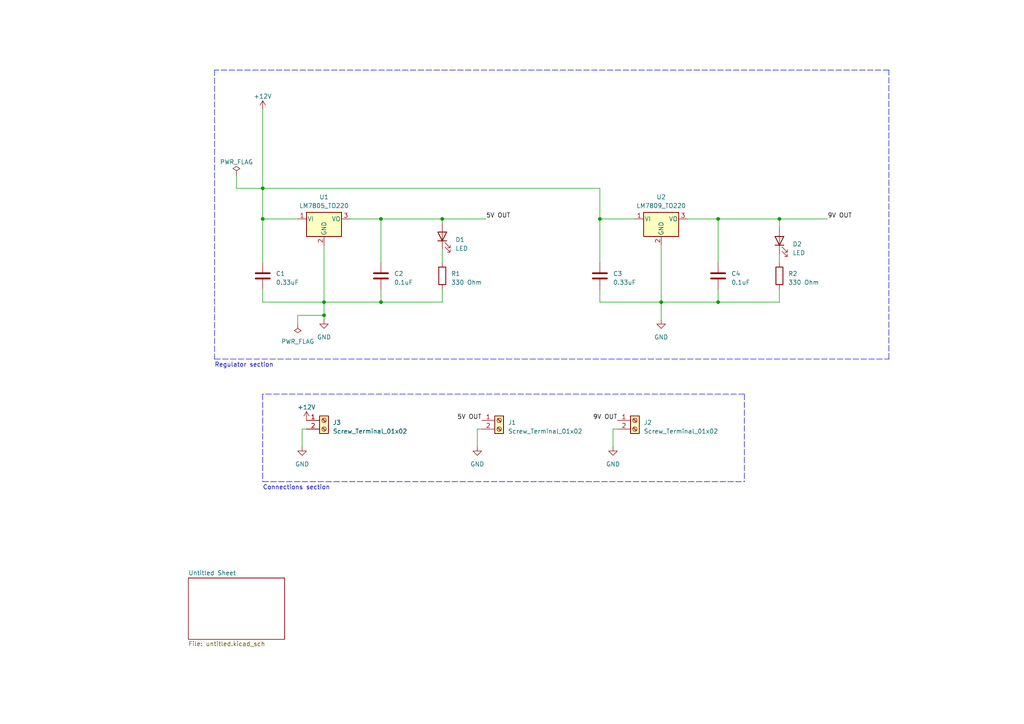
<source format=kicad_sch>
(kicad_sch (version 20230121) (generator eeschema)
  (paper "A4")
  (title_block (title "Incredibly simple voltage regulator") (date "2023-04-11") (rev "REV1") (company "The XYZ Company"))
  (lib_symbols
    (symbol "Connector:Screw_Terminal_01x02" (pin_names (offset 1.016) hide)
      (property "Reference" "J" (at 0 2.54 0))
      (property "Value" "Screw_Terminal_01x02" (at 0 -5.08 0))
      (symbol "Screw_Terminal_01x02_1_1"
        (rectangle (start -1.27 1.27) (end 1.27 -3.81) (stroke (width 0.254)) (fill (type background)))
        (circle (center 0 -2.54) (radius 0.635) (stroke (width 0.1524)))
        (polyline (pts (xy -0.5334 -2.2098) (xy 0.3302 -3.048)) (stroke (width 0.1524)))
        (polyline (pts (xy -0.5334 0.3302) (xy 0.3302 -0.508)) (stroke (width 0.1524)))
        (polyline (pts (xy -0.3556 -2.032) (xy 0.508 -2.8702)) (stroke (width 0.1524)))
        (polyline (pts (xy -0.3556 0.508) (xy 0.508 -0.3302)) (stroke (width 0.1524)))
        (circle (center 0 0) (radius 0.635) (stroke (width 0.1524)))
        (pin passive line (at -5.08 0 0) (length 3.81) (name "Pin_1") (number "1"))
        (pin passive line (at -5.08 -2.54 0) (length 3.81) (name "Pin_2") (number "2"))
      )
    )
    (symbol "Device:C" (pin_numbers hide) (pin_names (offset 0.254))
      (property "Reference" "C" (at 0.635 2.54 0))
      (property "Value" "C" (at 0.635 -2.54 0))
      (symbol "C_0_1"
        (polyline (pts (xy -2.032 -0.762) (xy 2.032 -0.762)) (stroke (width 0.508)))
        (polyline (pts (xy -2.032 0.762) (xy 2.032 0.762)) (stroke (width 0.508)))
      )
      (symbol "C_1_1"
        (pin passive line (at 0 3.81 270) (length 2.794) (name "~") (number "1"))
        (pin passive line (at 0 -3.81 90) (length 2.794) (name "~") (number "2"))
      )
    )
    (symbol "Device:LED" (pin_numbers hide) (pin_names (offset 1.016) hide)
      (property "Reference" "D" (at 0 2.54 0))
      (property "Value" "LED" (at 0 -2.54 0))
      (symbol "LED_0_1"
        (polyline (pts (xy -1.27 -1.27) (xy -1.27 1.27)) (stroke (width 0.254)))
        (polyline (pts (xy -1.27 0) (xy 1.27 0)))
        (polyline (pts (xy 1.27 -1.27) (xy 1.27 1.27) (xy -1.27 0) (xy 1.27 -1.27)) (stroke (width 0.254)))
        (polyline (pts (xy -3.048 -0.762) (xy -4.572 -2.286) (xy -3.81 -2.286) (xy -4.572 -2.286) (xy -4.572 -1.524)))
        (polyline (pts (xy -1.778 -0.762) (xy -3.302 -2.286) (xy -2.54 -2.286) (xy -3.302 -2.286) (xy -3.302 -1.524)))
      )
      (symbol "LED_1_1"
        (pin passive line (at -3.81 0 0) (length 2.54) (name "K") (number "1"))
        (pin passive line (at 3.81 0 180) (length 2.54) (name "A") (number "2"))
      )
    )
    (symbol "Device:R" (pin_numbers hide) (pin_names (offset 0))
      (property "Reference" "R" (at 2.032 0 90))
      (property "Value" "R" (at 0 0 90))
      (symbol "R_0_1"
        (rectangle (start -1.016 -2.54) (end 1.016 2.54) (stroke (width 0.254)))
      )
      (symbol "R_1_1"
        (pin passive line (at 0 3.81 270) (length 1.27) (name "~") (number "1"))
        (pin passive line (at 0 -3.81 90) (length 1.27) (name "~") (number "2"))
      )
    )
    (symbol "Regulator_Linear:LM7805_TO220" (pin_names (offset 0.254))
      (property "Reference" "U" (at -3.81 3.175 0))
      (property "Value" "LM7805_TO220" (at 0 3.175 0))
      (symbol "LM7805_TO220_0_1"
        (rectangle (start -5.08 1.905) (end 5.08 -5.08) (stroke (width 0.254)) (fill (type background)))
      )
      (symbol "LM7805_TO220_1_1"
        (pin power_in line (at -7.62 0 0) (length 2.54) (name "VI") (number "1"))
        (pin power_in line (at 0 -7.62 90) (length 2.54) (name "GND") (number "2"))
        (pin power_out line (at 7.62 0 180) (length 2.54) (name "VO") (number "3"))
      )
    )
    (symbol "Regulator_Linear:LM7809_TO220" (pin_names (offset 0.254))
      (property "Reference" "U" (at -3.81 3.175 0))
      (property "Value" "LM7809_TO220" (at 0 3.175 0))
      (symbol "LM7809_TO220_0_1"
        (rectangle (start -5.08 1.905) (end 5.08 -5.08) (stroke (width 0.254)) (fill (type background)))
      )
      (symbol "LM7809_TO220_1_1"
        (pin power_in line (at -7.62 0 0) (length 2.54) (name "VI") (number "1"))
        (pin power_in line (at 0 -7.62 90) (length 2.54) (name "GND") (number "2"))
        (pin power_out line (at 7.62 0 180) (length 2.54) (name "VO") (number "3"))
      )
    )
    (symbol "power:+12V" (power) (pin_names (offset 0))
      (property "Value" "+12V" (at 0 3.556 0))
      (symbol "+12V_0_1"
        (polyline (pts (xy -0.762 1.27) (xy 0 2.54)))
        (polyline (pts (xy 0 0) (xy 0 2.54)))
        (polyline (pts (xy 0 2.54) (xy 0.762 1.27)))
      )
      (symbol "+12V_1_1"
        (pin power_in line (at 0 0 90) (length 0) hide (name "+12V") (number "1"))
      )
    )
    (symbol "power:GND" (power) (pin_names (offset 0))
      (property "Value" "GND" (at 0 -3.81 0))
      (symbol "GND_0_1"
        (polyline (pts (xy 0 0) (xy 0 -1.27) (xy 1.27 -1.27) (xy 0 -2.54) (xy -1.27 -1.27) (xy 0 -1.27)))
      )
      (symbol "GND_1_1"
        (pin power_in line (at 0 0 270) (length 0) hide (name "GND") (number "1"))
      )
    )
    (symbol "power:PWR_FLAG" (power) (pin_numbers hide) (pin_names (offset 0) hide)
      (property "Value" "PWR_FLAG" (at 0 3.81 0))
      (symbol "PWR_FLAG_0_0"
        (pin power_out line (at 0 0 90) (length 0) (name "pwr") (number "1"))
      )
      (symbol "PWR_FLAG_0_1"
        (polyline (pts (xy 0 0) (xy 0 1.27) (xy -1.016 1.905) (xy 0 2.54) (xy 1.016 1.905) (xy 0 1.27)))
      )
    )
  )
  (junction (at 208.28 63.5))
  (junction (at 93.98 87.63))
  (junction (at 110.49 63.5))
  (junction (at 76.2 63.5))
  (junction (at 191.77 87.63))
  (junction (at 208.28 87.63))
  (junction (at 76.2 54.61))
  (junction (at 93.98 91.44))
  (junction (at 128.27 63.5))
  (junction (at 226.06 63.5))
  (junction (at 110.49 87.63))
  (junction (at 173.99 63.5))
  (polyline (pts (xy 62.23 20.32) (xy 62.23 104.14)) (stroke (width 0) (type dash)))
  (wire (pts (xy 226.06 63.5) (xy 226.06 66.04)))
  (wire (pts (xy 86.36 63.5) (xy 76.2 63.5)))
  (wire (pts (xy 226.06 73.66) (xy 226.06 76.2)))
  (wire (pts (xy 139.7 124.46) (xy 138.43 124.46)))
  (wire (pts (xy 208.28 83.82) (xy 208.28 87.63)))
  (wire (pts (xy 177.8 124.46) (xy 177.8 129.54)))
  (wire (pts (xy 68.58 50.8) (xy 68.58 54.61)))
  (wire (pts (xy 86.36 91.44) (xy 93.98 91.44)))
  (wire (pts (xy 184.15 63.5) (xy 173.99 63.5)))
  (wire (pts (xy 173.99 87.63) (xy 173.99 83.82)))
  (polyline (pts (xy 215.9 114.3) (xy 76.2 114.3)) (stroke (width 0) (type dash)))
  (wire (pts (xy 208.28 63.5) (xy 226.06 63.5)))
  (wire (pts (xy 76.2 54.61) (xy 76.2 63.5)))
  (wire (pts (xy 110.49 87.63) (xy 93.98 87.63)))
  (wire (pts (xy 76.2 87.63) (xy 76.2 83.82)))
  (wire (pts (xy 226.06 83.82) (xy 226.06 87.63)))
  (wire (pts (xy 226.06 63.5) (xy 240.03 63.5)))
  (wire (pts (xy 191.77 71.12) (xy 191.77 87.63)))
  (wire (pts (xy 110.49 76.2) (xy 110.49 63.5)))
  (wire (pts (xy 173.99 63.5) (xy 173.99 76.2)))
  (wire (pts (xy 208.28 87.63) (xy 191.77 87.63)))
  (wire (pts (xy 208.28 63.5) (xy 199.39 63.5)))
  (polyline (pts (xy 257.81 104.14) (xy 257.81 20.32)) (stroke (width 0) (type dash)))
  (wire (pts (xy 173.99 54.61) (xy 173.99 63.5)))
  (wire (pts (xy 128.27 87.63) (xy 110.49 87.63)))
  (wire (pts (xy 93.98 71.12) (xy 93.98 87.63)))
  (wire (pts (xy 191.77 87.63) (xy 191.77 92.71)))
  (wire (pts (xy 86.36 93.98) (xy 86.36 91.44)))
  (wire (pts (xy 110.49 63.5) (xy 101.6 63.5)))
  (wire (pts (xy 173.99 87.63) (xy 191.77 87.63)))
  (wire (pts (xy 110.49 83.82) (xy 110.49 87.63)))
  (wire (pts (xy 128.27 72.39) (xy 128.27 76.2)))
  (wire (pts (xy 88.9 124.46) (xy 87.63 124.46)))
  (wire (pts (xy 68.58 54.61) (xy 76.2 54.61)))
  (wire (pts (xy 93.98 87.63) (xy 76.2 87.63)))
  (wire (pts (xy 76.2 63.5) (xy 76.2 76.2)))
  (wire (pts (xy 128.27 83.82) (xy 128.27 87.63)))
  (wire (pts (xy 110.49 63.5) (xy 128.27 63.5)))
  (polyline (pts (xy 62.23 104.14) (xy 257.81 104.14)) (stroke (width 0) (type dash)))
  (wire (pts (xy 128.27 63.5) (xy 140.97 63.5)))
  (wire (pts (xy 87.63 124.46) (xy 87.63 129.54)))
  (wire (pts (xy 93.98 87.63) (xy 93.98 91.44)))
  (wire (pts (xy 76.2 31.75) (xy 76.2 54.61)))
  (wire (pts (xy 76.2 54.61) (xy 173.99 54.61)))
  (polyline (pts (xy 76.2 139.7) (xy 215.9 139.7)) (stroke (width 0) (type dash)))
  (polyline (pts (xy 76.2 114.3) (xy 76.2 139.7)) (stroke (width 0) (type dash)))
  (wire (pts (xy 128.27 63.5) (xy 128.27 64.77)))
  (wire (pts (xy 208.28 76.2) (xy 208.28 63.5)))
  (wire (pts (xy 138.43 124.46) (xy 138.43 129.54)))
  (wire (pts (xy 93.98 91.44) (xy 93.98 92.71)))
  (wire (pts (xy 226.06 87.63) (xy 208.28 87.63)))
  (polyline (pts (xy 257.81 20.32) (xy 62.23 20.32)) (stroke (width 0) (type dash)))
  (polyline (pts (xy 215.9 114.3) (xy 215.9 139.7)) (stroke (width 0) (type dash)))
  (wire (pts (xy 179.07 124.46) (xy 177.8 124.46)))
  (text "Connections section" (at 76.2 142.24 0) (effects (font (size 1.27 1.27)) (justify left bottom)))
  (text "Regulator section\n" (at 62.23 106.68 0) (effects (font (size 1.27 1.27)) (justify left bottom)))
  (label "9V OUT" (at 179.07 121.92 180))
  (label "9V OUT" (at 240.03 63.5 0))
  (label "5V OUT" (at 139.7 121.92 180))
  (label "5V OUT" (at 140.97 63.5 0))
  (symbol (lib_id "power:GND") (at 177.8 129.54 0) (unit 1)
    (property "Reference" "#PWR03" (effects hide))
    (property "Value" "GND" (at 177.8 134.62 0))
  )
  (symbol (lib_id "power:+12V") (at 88.9 121.92 0) (unit 1)
    (property "Reference" "#PWR07" (effects hide))
    (property "Value" "+12V" (at 88.9 118.11 0))
  )
  (symbol (lib_id "power:GND") (at 191.77 92.71 0) (unit 1)
    (property "Reference" "#PWR04" (effects hide))
    (property "Value" "GND" (at 191.77 97.79 0))
  )
  (symbol (lib_id "power:+12V") (at 76.2 31.75 0) (unit 1)
    (property "Reference" "#PWR01" (effects hide))
    (property "Value" "+12V" (at 76.2 27.94 0))
  )
  (symbol (lib_id "Device:R") (at 128.27 80.01 0) (unit 1)
    (property "Reference" "R1" (at 130.81 79.375 0) (effects (justify left)))
    (property "Value" "330 Ohm" (at 130.81 81.915 0) (effects (justify left)))
    (property "Footprint" "Resistor_THT:R_Axial_DIN0207_L6.3mm_D2.5mm_P7.62mm_Horizontal" (effects hide))
  )
  (symbol (lib_id "Device:R") (at 226.06 80.01 0) (unit 1)
    (property "Reference" "R2" (at 228.6 79.375 0) (effects (justify left)))
    (property "Value" "330 Ohm" (at 228.6 81.915 0) (effects (justify left)))
    (property "Footprint" "Resistor_THT:R_Axial_DIN0207_L6.3mm_D2.5mm_P7.62mm_Horizontal" (effects hide))
  )
  (symbol (lib_id "power:GND") (at 93.98 92.71 0) (unit 1)
    (property "Reference" "#PWR02" (effects hide))
    (property "Value" "GND" (at 93.98 97.79 0))
  )
  (symbol (lib_id "Connector:Screw_Terminal_01x02") (at 184.15 121.92 0) (unit 1)
    (property "Reference" "J2" (at 186.69 122.555 0) (effects (justify left)))
    (property "Value" "Screw_Terminal_01x02" (at 186.69 125.095 0) (effects (justify left)))
    (property "Footprint" "TerminalBlock_Phoenix:TerminalBlock_Phoenix_MKDS-1,5-2_1x02_P5.00mm_Horizontal" (effects hide))
  )
  (symbol (lib_id "Device:LED") (at 128.27 68.58 90) (unit 1)
    (property "Reference" "D1" (at 132.08 69.5325 90) (effects (justify right)))
    (property "Value" "LED" (at 132.08 72.0725 90) (effects (justify right)))
    (property "Footprint" "LED_THT:LED_D4.0mm" (effects hide))
  )
  (symbol (lib_id "Device:LED") (at 226.06 69.85 90) (unit 1)
    (property "Reference" "D2" (at 229.87 70.8025 90) (effects (justify right)))
    (property "Value" "LED" (at 229.87 73.3425 90) (effects (justify right)))
    (property "Footprint" "LED_THT:LED_D4.0mm" (effects hide))
  )
  (symbol (lib_id "power:PWR_FLAG") (at 86.36 93.98 180) (unit 1)
    (property "Reference" "#FLG02" (effects hide))
    (property "Value" "PWR_FLAG" (at 86.36 99.06 0))
  )
  (symbol (lib_id "power:GND") (at 138.43 129.54 0) (unit 1)
    (property "Reference" "#PWR05" (effects hide))
    (property "Value" "GND" (at 138.43 134.62 0))
  )
  (symbol (lib_id "Connector:Screw_Terminal_01x02") (at 93.98 121.92 0) (unit 1)
    (property "Reference" "J3" (at 96.52 122.555 0) (effects (justify left)))
    (property "Value" "Screw_Terminal_01x02" (at 96.52 125.095 0) (effects (justify left)))
    (property "Footprint" "TerminalBlock_Phoenix:TerminalBlock_Phoenix_MKDS-1,5-2_1x02_P5.00mm_Horizontal" (effects hide))
  )
  (symbol (lib_id "Regulator_Linear:LM7809_TO220") (at 191.77 63.5 0) (unit 1)
    (property "Reference" "U2" (at 191.77 57.15 0))
    (property "Value" "LM7809_TO220" (at 191.77 59.69 0))
    (property "Footprint" "Package_TO_SOT_THT:TO-220-3_Vertical" (effects hide))
    (property "Datasheet" "https://www.onsemi.cn/PowerSolutions/document/MC7800-D.PDF" (effects hide))
  )
  (symbol (lib_id "Device:C") (at 110.49 80.01 0) (unit 1)
    (property "Reference" "C2" (at 114.3 79.375 0) (effects (justify left)))
    (property "Value" "0.1uF" (at 114.3 81.915 0) (effects (justify left)))
    (property "Footprint" "Capacitor_THT:C_Disc_D4.7mm_W2.5mm_P5.00mm" (effects hide))
  )
  (symbol (lib_id "Device:C") (at 208.28 80.01 0) (unit 1)
    (property "Reference" "C4" (at 212.09 79.375 0) (effects (justify left)))
    (property "Value" "0.1uF" (at 212.09 81.915 0) (effects (justify left)))
    (property "Footprint" "Capacitor_THT:C_Disc_D4.7mm_W2.5mm_P5.00mm" (effects hide))
  )
  (symbol (lib_id "Regulator_Linear:LM7805_TO220") (at 93.98 63.5 0) (unit 1)
    (property "Reference" "U1" (at 93.98 57.15 0))
    (property "Value" "LM7805_TO220" (at 93.98 59.69 0))
    (property "Footprint" "Package_TO_SOT_THT:TO-220-3_Vertical" (effects hide))
    (property "Datasheet" "https://www.onsemi.cn/PowerSolutions/document/MC7800-D.PDF" (effects hide))
  )
  (symbol (lib_id "power:PWR_FLAG") (at 68.58 50.8 0) (unit 1)
    (property "Reference" "#FLG01" (effects hide))
    (property "Value" "PWR_FLAG" (at 68.58 46.99 0))
  )
  (symbol (lib_id "Device:C") (at 173.99 80.01 0) (unit 1)
    (property "Reference" "C3" (at 177.8 79.375 0) (effects (justify left)))
    (property "Value" "0.33uF" (at 177.8 81.915 0) (effects (justify left)))
    (property "Footprint" "Capacitor_THT:C_Disc_D4.7mm_W2.5mm_P5.00mm" (effects hide))
  )
  (symbol (lib_id "Connector:Screw_Terminal_01x02") (at 144.78 121.92 0) (unit 1)
    (property "Reference" "J1" (at 147.32 122.555 0) (effects (justify left)))
    (property "Value" "Screw_Terminal_01x02" (at 147.32 125.095 0) (effects (justify left)))
    (property "Footprint" "TerminalBlock_Phoenix:TerminalBlock_Phoenix_MKDS-1,5-2_1x02_P5.00mm_Horizontal" (effects hide))
  )
  (symbol (lib_id "power:GND") (at 87.63 129.54 0) (unit 1)
    (property "Reference" "#PWR06" (effects hide))
    (property "Value" "GND" (at 87.63 134.62 0))
  )
  (symbol (lib_id "Device:C") (at 76.2 80.01 0) (unit 1)
    (property "Reference" "C1" (at 80.01 79.375 0) (effects (justify left)))
    (property "Value" "0.33uF" (at 80.01 81.915 0) (effects (justify left)))
    (property "Footprint" "Capacitor_THT:C_Disc_D4.7mm_W2.5mm_P5.00mm" (effects hide))
  )
  (sheet (at 54.61 167.64) (size 27.94 17.78) (stroke (width 0.1524))
    (property "Sheetname" "Untitled Sheet" (at 54.61 166.9284 0) (effects (justify left bottom)))
    (property "Sheetfile" "untitled.kicad_sch" (at 54.61 186.0046 0) (effects (justify left top)))
  )
)
</source>
